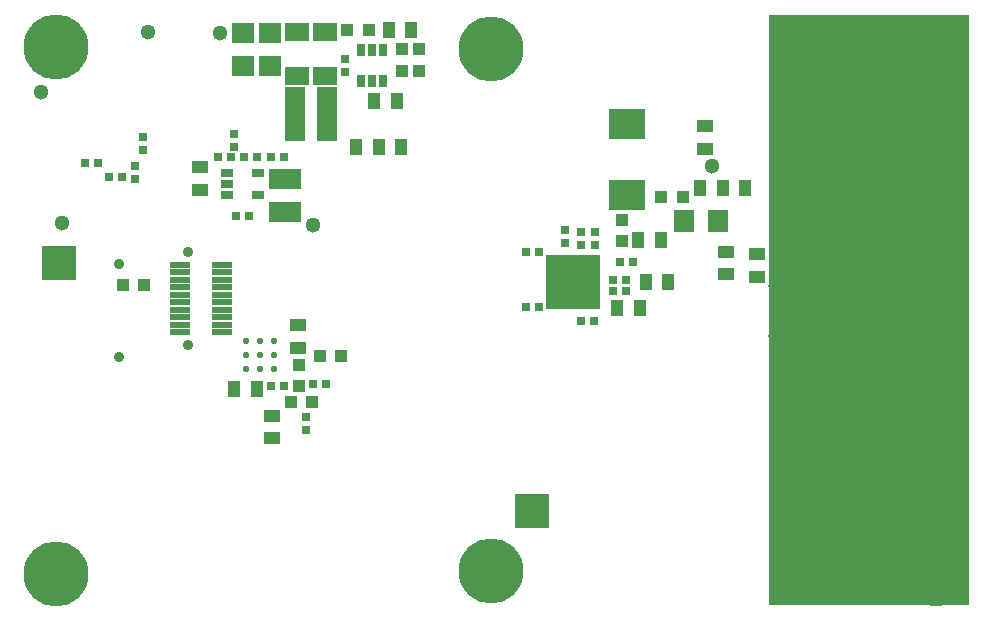
<source format=gbs>
G04 Layer_Color=16711935*
%FSLAX44Y44*%
%MOMM*%
G71*
G01*
G75*
%ADD75C,0.8000*%
%ADD113R,3.0000X3.0000*%
%ADD114C,1.1000*%
%ADD115R,1.7000X0.5000*%
%ADD116R,1.7000X0.5000*%
%ADD120R,1.0000X1.1000*%
%ADD121R,1.1000X1.0000*%
%ADD122R,1.4000X1.1000*%
%ADD124R,0.7000X0.7000*%
%ADD126R,0.7000X0.7000*%
%ADD135R,1.1000X1.4000*%
%ADD137R,1.7000X4.6000*%
%ADD138R,3.1000X2.5000*%
%ADD139R,1.9000X1.7000*%
%ADD147R,2.8000X1.7000*%
%ADD149R,1.7000X1.9000*%
%ADD156C,0.9000*%
%ADD157C,5.5000*%
%ADD158C,1.3000*%
%ADD159O,2.1000X4.1000*%
%ADD160C,3.5000*%
%ADD161C,0.5500*%
%ADD162R,4.6000X4.6446*%
%ADD163R,17.0500X50.0000*%
%ADD164R,2.0000X1.5000*%
%ADD165R,0.8000X1.1000*%
%ADD166R,1.1000X0.8000*%
%ADD167R,1.1000X0.8000*%
D75*
X634022Y270736D02*
D03*
Y227936D02*
D03*
X664022Y270736D02*
D03*
Y227936D02*
D03*
D113*
X30000Y290000D02*
D03*
X430000Y80000D02*
D03*
X710000Y470000D02*
D03*
D114*
X708500Y376500D02*
D03*
D115*
X132000Y288575D02*
D03*
X168000D02*
D03*
X132000Y282225D02*
D03*
X168000D02*
D03*
X132000Y275875D02*
D03*
X168000D02*
D03*
X132000Y269525D02*
D03*
X168000D02*
D03*
X132000Y263175D02*
D03*
X168000D02*
D03*
D116*
X132000Y256825D02*
D03*
X168000D02*
D03*
X132000Y250475D02*
D03*
X168000D02*
D03*
X132000Y244125D02*
D03*
X168000D02*
D03*
X132000Y237775D02*
D03*
X168000D02*
D03*
Y231425D02*
D03*
X132000D02*
D03*
D120*
X251000Y211000D02*
D03*
X269000D02*
D03*
X292000Y487000D02*
D03*
X274000D02*
D03*
X540000Y346000D02*
D03*
X558000D02*
D03*
X226000Y172000D02*
D03*
X244000D02*
D03*
X102000Y271500D02*
D03*
X84000D02*
D03*
D121*
X233000Y204000D02*
D03*
Y186000D02*
D03*
X506500Y308500D02*
D03*
Y326500D02*
D03*
X334500Y471000D02*
D03*
Y453000D02*
D03*
X320000Y471000D02*
D03*
Y453000D02*
D03*
D122*
X576500Y387000D02*
D03*
Y406000D02*
D03*
X620500Y278500D02*
D03*
Y297500D02*
D03*
X210000Y141500D02*
D03*
Y160500D02*
D03*
X232000Y237500D02*
D03*
Y218500D02*
D03*
X149000Y371000D02*
D03*
Y352000D02*
D03*
X595000Y299500D02*
D03*
Y280500D02*
D03*
D124*
X239000Y149000D02*
D03*
Y160000D02*
D03*
X272000Y452000D02*
D03*
Y463000D02*
D03*
X471750Y305000D02*
D03*
Y316000D02*
D03*
X101000Y386000D02*
D03*
Y397000D02*
D03*
X178500Y399500D02*
D03*
Y388500D02*
D03*
X94000Y361000D02*
D03*
Y372000D02*
D03*
X458000Y306750D02*
D03*
Y317750D02*
D03*
X484000Y316000D02*
D03*
Y305000D02*
D03*
D126*
X256000Y187500D02*
D03*
X245000D02*
D03*
X220500Y186000D02*
D03*
X209500D02*
D03*
X179500Y329500D02*
D03*
X190500D02*
D03*
X72500Y363000D02*
D03*
X83500D02*
D03*
X499000Y276000D02*
D03*
X510000D02*
D03*
X186750Y380000D02*
D03*
X197750D02*
D03*
X220500D02*
D03*
X209500D02*
D03*
X515500Y290750D02*
D03*
X504500D02*
D03*
X436500Y252750D02*
D03*
X425500D02*
D03*
Y299250D02*
D03*
X436500D02*
D03*
X499000Y266000D02*
D03*
X510000D02*
D03*
X472000Y241000D02*
D03*
X483000D02*
D03*
X52000Y375000D02*
D03*
X63000D02*
D03*
X175500Y380000D02*
D03*
X164500D02*
D03*
D135*
X178250Y183500D02*
D03*
X197250D02*
D03*
X592000Y353500D02*
D03*
X611000D02*
D03*
X309000Y487000D02*
D03*
X328000D02*
D03*
X297000Y427000D02*
D03*
X316000D02*
D03*
X521500Y252000D02*
D03*
X502500D02*
D03*
X592000Y353500D02*
D03*
X573000D02*
D03*
X539500Y309500D02*
D03*
X520500D02*
D03*
X545500Y274000D02*
D03*
X526500D02*
D03*
X300500Y388500D02*
D03*
X281500D02*
D03*
X319500D02*
D03*
X300500D02*
D03*
D137*
X256500Y416000D02*
D03*
X229500D02*
D03*
D138*
X510500Y408000D02*
D03*
Y348000D02*
D03*
D139*
X186000Y457000D02*
D03*
Y485000D02*
D03*
X208500D02*
D03*
Y457000D02*
D03*
D147*
X221000Y361000D02*
D03*
Y333000D02*
D03*
D149*
X587500Y326000D02*
D03*
X559500D02*
D03*
D156*
X81000Y210750D02*
D03*
Y289250D02*
D03*
X139000Y220750D02*
D03*
Y299250D02*
D03*
D157*
X395500Y29000D02*
D03*
X27500Y473000D02*
D03*
X772500D02*
D03*
X395500Y471000D02*
D03*
X27500Y27000D02*
D03*
X772500D02*
D03*
D158*
X649022Y249336D02*
D03*
X671000Y9500D02*
D03*
X105000Y486000D02*
D03*
X166000Y485000D02*
D03*
X245000Y322500D02*
D03*
X15000Y435000D02*
D03*
X583000Y372000D02*
D03*
X670500Y481000D02*
D03*
X32500Y324000D02*
D03*
D159*
X650000Y150000D02*
D03*
Y350000D02*
D03*
D160*
X772500Y340000D02*
D03*
Y160000D02*
D03*
D161*
X200000Y212000D02*
D03*
Y224000D02*
D03*
X212000D02*
D03*
Y212000D02*
D03*
Y200000D02*
D03*
X200000D02*
D03*
X188000D02*
D03*
Y212000D02*
D03*
Y224000D02*
D03*
D162*
X465500Y274277D02*
D03*
D163*
X715750Y250000D02*
D03*
D164*
X255000Y448000D02*
D03*
Y486000D02*
D03*
X231500Y448000D02*
D03*
Y486000D02*
D03*
D165*
X295000Y470000D02*
D03*
X285500D02*
D03*
Y444000D02*
D03*
X295000D02*
D03*
X304500D02*
D03*
Y470000D02*
D03*
D166*
X172000Y357000D02*
D03*
Y366500D02*
D03*
X198000Y347500D02*
D03*
Y366500D02*
D03*
D167*
X172000Y347500D02*
D03*
M02*

</source>
